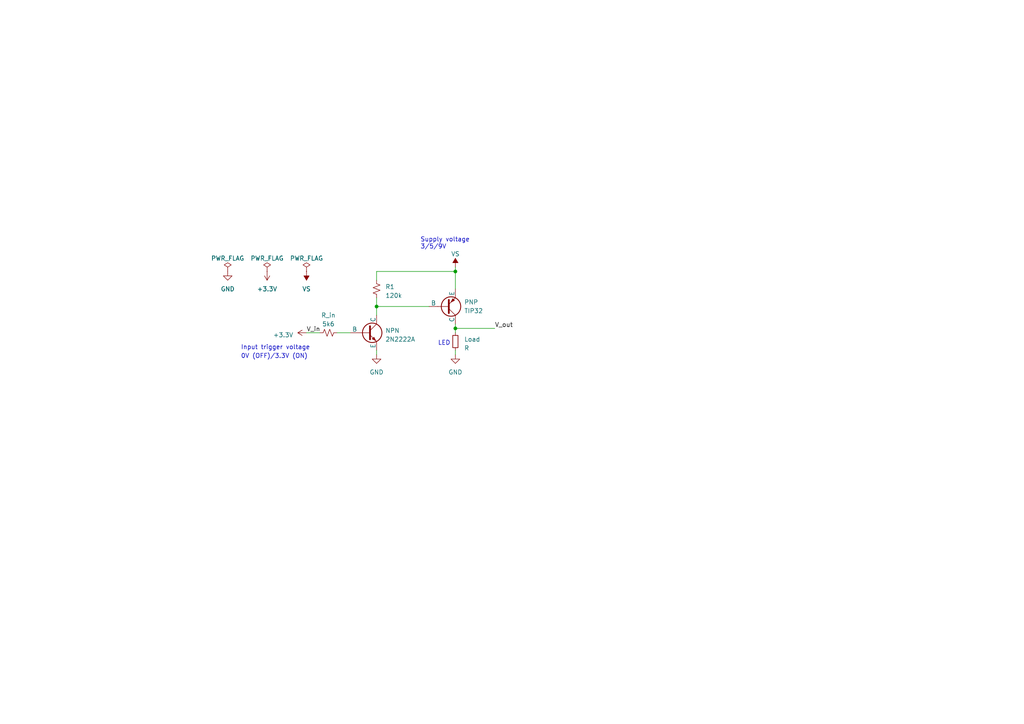
<source format=kicad_sch>
(kicad_sch (version 20250114) (generator "eeschema") (generator_version "9.0")
  (paper "A4")
  (lib_symbols
    (symbol "Device:R_Small" (pin_numbers (hide yes)) (pin_names (offset 0.254) (hide yes))
      (property "Reference" "R" (at 0.762 0.508 0))
      (property "Value" "R_Small" (at 0.762 -1.016 0))
      (symbol "R_Small_0_1"
        (rectangle (start -0.762 1.778) (end 0.762 -1.778) (stroke (width 0.2032)))
      )
      (symbol "R_Small_1_1"
        (pin passive line (at 0 2.54 270) (length 0.762) (name "~") (number "1"))
        (pin passive line (at 0 -2.54 90) (length 0.762) (name "~") (number "2"))
      )
    )
    (symbol "Device:R_Small_US" (pin_numbers (hide yes)) (pin_names (offset 0.254) (hide yes))
      (property "Reference" "R" (at 0.762 0.508 0))
      (property "Value" "R_Small_US" (at 0.762 -1.016 0))
      (symbol "R_Small_US_1_1"
        (polyline (pts (xy 0 1.524) (xy 1.016 1.143) (xy 0 0.762) (xy -1.016 0.381) (xy 0 0)))
        (polyline (pts (xy 0 0) (xy 1.016 -0.381) (xy 0 -0.762) (xy -1.016 -1.143) (xy 0 -1.524)))
        (pin passive line (at 0 2.54 270) (length 1.016) (name "~") (number "1"))
        (pin passive line (at 0 -2.54 90) (length 1.016) (name "~") (number "2"))
      )
    )
    (symbol "Simulation_SPICE:NPN" (pin_numbers (hide yes)) (pin_names (offset 0))
      (property "Reference" "Q" (at -2.54 7.62 0))
      (property "Value" "NPN" (at -2.54 5.08 0))
      (symbol "NPN_0_1"
        (polyline (pts (xy -2.54 0) (xy 0.635 0)) (stroke (width 0.1524)))
        (polyline (pts (xy 0.635 1.905) (xy 0.635 -1.905) (xy 0.635 -1.905)) (stroke (width 0.508)))
        (polyline (pts (xy 0.635 0.635) (xy 2.54 2.54)))
        (polyline (pts (xy 0.635 -0.635) (xy 2.54 -2.54) (xy 2.54 -2.54)))
        (circle (center 1.27 0) (radius 2.8194) (stroke (width 0.254)))
        (polyline (pts (xy 1.27 -1.778) (xy 1.778 -1.27) (xy 2.286 -2.286) (xy 1.27 -1.778) (xy 1.27 -1.778)) (fill (type outline)))
        (polyline (pts (xy 2.794 -1.27) (xy 2.794 -1.27)) (stroke (width 0.1524)))
        (polyline (pts (xy 2.794 -1.27) (xy 2.794 -1.27)) (stroke (width 0.1524)))
      )
      (symbol "NPN_1_1"
        (pin input line (at -5.08 0 0) (length 2.54) (name "B") (number "2"))
        (pin open_collector line (at 2.54 5.08 270) (length 2.54) (name "C") (number "1"))
        (pin open_emitter line (at 2.54 -5.08 90) (length 2.54) (name "E") (number "3"))
      )
    )
    (symbol "Simulation_SPICE:PNP" (pin_numbers (hide yes)) (pin_names (offset 0))
      (property "Reference" "Q" (at -2.54 7.62 0))
      (property "Value" "PNP" (at -2.54 5.08 0))
      (symbol "PNP_0_1"
        (polyline (pts (xy -2.54 0) (xy 0.635 0)) (stroke (width 0.1524)))
        (polyline (pts (xy 0.635 1.905) (xy 0.635 -1.905) (xy 0.635 -1.905)) (stroke (width 0.508)))
        (polyline (pts (xy 0.635 0.635) (xy 2.54 2.54)))
        (polyline (pts (xy 0.635 -0.635) (xy 2.54 -2.54) (xy 2.54 -2.54)))
        (circle (center 1.27 0) (radius 2.8194) (stroke (width 0.254)))
        (polyline (pts (xy 2.286 -1.778) (xy 1.778 -2.286) (xy 1.27 -1.27) (xy 2.286 -1.778) (xy 2.286 -1.778)) (fill (type outline)))
      )
      (symbol "PNP_1_1"
        (pin input line (at -5.08 0 0) (length 2.54) (name "B") (number "2"))
        (pin open_collector line (at 2.54 5.08 270) (length 2.54) (name "C") (number "1"))
        (pin open_emitter line (at 2.54 -5.08 90) (length 2.54) (name "E") (number "3"))
      )
    )
    (symbol "power:+3.3V" (power) (pin_names (offset 0))
      (property "Value" "+3.3V" (at 0 3.556 0))
      (symbol "+3.3V_0_1"
        (polyline (pts (xy -0.762 1.27) (xy 0 2.54)))
        (polyline (pts (xy 0 2.54) (xy 0.762 1.27)))
        (polyline (pts (xy 0 0) (xy 0 2.54)))
      )
      (symbol "+3.3V_1_1"
        (pin power_in line (at 0 0 90) (length 0) (hide yes) (name "+3.3V") (number "1"))
      )
    )
    (symbol "power:GND" (power) (pin_names (offset 0))
      (property "Value" "GND" (at 0 -3.81 0))
      (symbol "GND_0_1"
        (polyline (pts (xy 0 0) (xy 0 -1.27) (xy 1.27 -1.27) (xy 0 -2.54) (xy -1.27 -1.27) (xy 0 -1.27)))
      )
      (symbol "GND_1_1"
        (pin power_in line (at 0 0 270) (length 0) (hide yes) (name "GND") (number "1"))
      )
    )
    (symbol "power:PWR_FLAG" (power) (pin_numbers (hide yes)) (pin_names (offset 0) (hide yes))
      (property "Value" "PWR_FLAG" (at 0 3.81 0))
      (symbol "PWR_FLAG_0_0"
        (pin power_out line (at 0 0 90) (length 0) (name "pwr") (number "1"))
      )
      (symbol "PWR_FLAG_0_1"
        (polyline (pts (xy 0 0) (xy 0 1.27) (xy -1.016 1.905) (xy 0 2.54) (xy 1.016 1.905) (xy 0 1.27)))
      )
    )
    (symbol "power:VS" (power) (pin_names (offset 0))
      (property "Value" "VS" (at 0 3.81 0))
      (symbol "VS_0_1"
        (polyline (pts (xy 0 0) (xy 0 2.54)))
        (polyline (pts (xy 0.762 1.27) (xy -0.762 1.27) (xy 0 2.54) (xy 0.762 1.27)) (fill (type outline)))
      )
      (symbol "VS_1_1"
        (pin power_in line (at 0 0 90) (length 0) (hide yes) (name "VS") (number "1"))
      )
    )
  )
  (text "Input trigger voltage" (at 69.85 101.6 0) (effects (font (size 1.27 1.27)) (justify left bottom)))
  (text "Supply voltage\n3/5/9V" (at 121.92 72.39 0) (effects (font (size 1.27 1.27)) (justify left bottom)))
  (text "LED" (at 127 100.33 0) (effects (font (size 1.27 1.27)) (justify left bottom)))
  (text "0V (OFF)/3.3V (ON)" (at 69.85 104.14 0) (effects (font (size 1.27 1.27)) (justify left bottom)))
  (junction (at 132.08 78.74))
  (junction (at 132.08 95.25))
  (junction (at 109.22 88.9))
  (wire (pts (xy 109.22 86.36) (xy 109.22 88.9)))
  (wire (pts (xy 132.08 77.47) (xy 132.08 78.74)))
  (wire (pts (xy 132.08 101.6) (xy 132.08 102.87)))
  (wire (pts (xy 132.08 93.98) (xy 132.08 95.25)))
  (wire (pts (xy 132.08 78.74) (xy 132.08 83.82)))
  (wire (pts (xy 132.08 95.25) (xy 132.08 96.52)))
  (wire (pts (xy 143.51 95.25) (xy 132.08 95.25)))
  (wire (pts (xy 109.22 81.28) (xy 109.22 78.74)))
  (wire (pts (xy 109.22 88.9) (xy 109.22 91.44)))
  (wire (pts (xy 88.9 96.52) (xy 92.71 96.52)))
  (wire (pts (xy 97.79 96.52) (xy 101.6 96.52)))
  (wire (pts (xy 109.22 88.9) (xy 124.46 88.9)))
  (wire (pts (xy 109.22 101.6) (xy 109.22 102.87)))
  (wire (pts (xy 109.22 78.74) (xy 132.08 78.74)))
  (label "V_in" (at 88.9 96.52 0))
  (label "V_out" (at 143.51 95.25 0))
  (symbol (lib_id "power:PWR_FLAG") (at 77.47 78.74 0) (unit 1)
    (property "Reference" "#FLG01" (effects (hide yes)))
    (property "Value" "PWR_FLAG" (at 77.47 74.93 0))
  )
  (symbol (lib_id "Device:R_Small_US") (at 109.22 83.82 0) (unit 1)
    (property "Reference" "R1" (at 111.76 83.185 0) (effects (justify left)))
    (property "Value" "120k" (at 111.76 85.725 0) (effects (justify left)))
  )
  (symbol (lib_id "power:GND") (at 66.04 78.74 0) (unit 1)
    (property "Reference" "#PWR05" (effects (hide yes)))
    (property "Value" "GND" (at 66.04 83.82 0))
  )
  (symbol (lib_id "power:VS") (at 88.9 78.74 180) (unit 1)
    (property "Reference" "#PWR07" (effects (hide yes)))
    (property "Value" "VS" (at 88.9 83.82 0))
  )
  (symbol (lib_id "power:GND") (at 109.22 102.87 0) (unit 1)
    (property "Reference" "#PWR02" (effects (hide yes)))
    (property "Value" "GND" (at 109.22 107.95 0))
  )
  (symbol (lib_id "power:+3.3V") (at 77.47 78.74 180) (unit 1)
    (property "Reference" "#PWR06" (effects (hide yes)))
    (property "Value" "+3.3V" (at 77.47 83.82 0))
  )
  (symbol (lib_id "power:+3.3V") (at 88.9 96.52 90) (unit 1)
    (property "Reference" "#PWR04" (effects (hide yes)))
    (property "Value" "+3.3V" (at 85.09 97.155 90) (effects (justify left)))
  )
  (symbol (lib_id "Simulation_SPICE:NPN") (at 106.68 96.52 0) (unit 1)
    (property "Reference" "NPN" (at 111.76 95.885 0) (effects (justify left)))
    (property "Value" "2N2222A" (at 111.76 98.425 0) (effects (justify left)))
    (property "Sim.Device" "NPN" (effects (hide yes)))
    (property "Sim.Type" "GUMMELPOON" (effects (hide yes)))
    (property "Sim.Pins" "1=C 2=B 3=E" (effects (hide yes)))
  )
  (symbol (lib_id "power:GND") (at 132.08 102.87 0) (unit 1)
    (property "Reference" "#PWR01" (effects (hide yes)))
    (property "Value" "GND" (at 132.08 107.95 0))
  )
  (symbol (lib_id "Device:R_Small_US") (at 95.25 96.52 90) (unit 1)
    (property "Reference" "R_in" (at 95.25 91.44 90))
    (property "Value" "5k6" (at 95.25 93.98 90))
  )
  (symbol (lib_id "power:VS") (at 132.08 77.47 0) (unit 1)
    (property "Reference" "#PWR03" (effects (hide yes)))
    (property "Value" "VS" (at 132.08 73.66 0))
  )
  (symbol (lib_id "Simulation_SPICE:PNP") (at 129.54 88.9 0) (mirror x) (unit 1)
    (property "Reference" "PNP" (at 134.62 87.63 0) (effects (justify left)))
    (property "Value" "TIP32" (at 134.62 90.17 0) (effects (justify left)))
    (property "Sim.Device" "PNP" (effects (hide yes)))
    (property "Sim.Type" "GUMMELPOON" (effects (hide yes)))
    (property "Sim.Pins" "1=C 2=B 3=E" (effects (hide yes)))
  )
  (symbol (lib_id "power:PWR_FLAG") (at 88.9 78.74 0) (unit 1)
    (property "Reference" "#FLG03" (effects (hide yes)))
    (property "Value" "PWR_FLAG" (at 88.9 74.93 0))
  )
  (symbol (lib_id "power:PWR_FLAG") (at 66.04 78.74 0) (unit 1)
    (property "Reference" "#FLG02" (effects (hide yes)))
    (property "Value" "PWR_FLAG" (at 66.04 74.93 0))
  )
  (symbol (lib_id "Device:R_Small") (at 132.08 99.06 180) (unit 1)
    (property "Reference" "Load" (at 134.62 98.425 0) (effects (justify right)))
    (property "Value" "R" (at 134.62 100.965 0) (effects (justify right)))
  )
)
</source>
